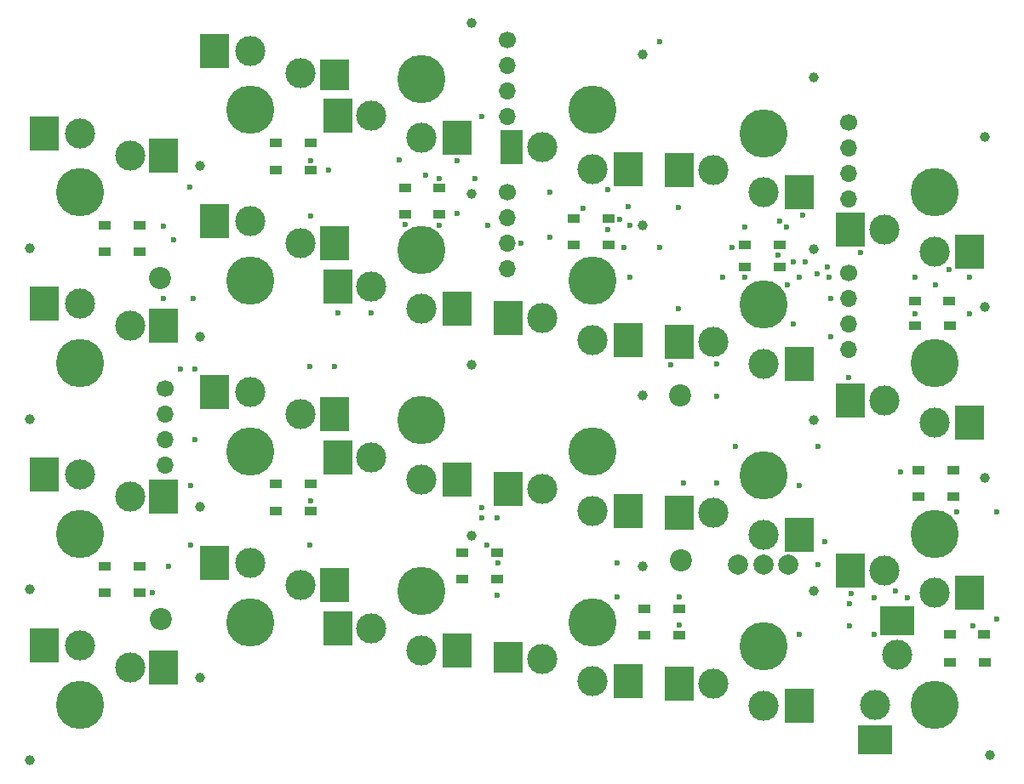
<source format=gbr>
G04 #@! TF.GenerationSoftware,KiCad,Pcbnew,9.0.0*
G04 #@! TF.CreationDate,2025-03-30T21:57:13+09:00*
G04 #@! TF.ProjectId,nofy,6e6f6679-2e6b-4696-9361-645f70636258,rev?*
G04 #@! TF.SameCoordinates,Original*
G04 #@! TF.FileFunction,Soldermask,Bot*
G04 #@! TF.FilePolarity,Negative*
%FSLAX46Y46*%
G04 Gerber Fmt 4.6, Leading zero omitted, Abs format (unit mm)*
G04 Created by KiCad (PCBNEW 9.0.0) date 2025-03-30 21:57:13*
%MOMM*%
%LPD*%
G01*
G04 APERTURE LIST*
%ADD10C,3.000000*%
%ADD11C,4.800000*%
%ADD12C,1.000000*%
%ADD13R,3.500000X3.000000*%
%ADD14C,2.200000*%
%ADD15R,1.200000X0.950000*%
%ADD16R,3.000000X3.500000*%
%ADD17C,1.700000*%
%ADD18O,1.700000X1.700000*%
%ADD19R,3.000000X3.150000*%
%ADD20R,2.300000X3.500000*%
%ADD21R,2.950000X3.150000*%
%ADD22C,2.000000*%
%ADD23C,0.600000*%
G04 APERTURE END LIST*
D10*
X106100000Y-84300000D03*
D11*
X109800000Y-89300000D03*
D10*
X103900000Y-89300000D03*
D12*
X115350000Y-94300000D03*
D13*
X106100000Y-80950000D03*
X103900000Y-92850000D03*
D14*
X32900000Y-80800000D03*
D15*
X94399975Y-43500000D03*
X90949975Y-43500000D03*
X47749975Y-36100000D03*
X44299975Y-36100000D03*
X94396875Y-45700000D03*
X90946875Y-45700000D03*
X66299975Y-76800000D03*
X62849975Y-76800000D03*
X30773475Y-78125000D03*
X27323475Y-78125000D03*
D14*
X84500000Y-58500000D03*
D10*
X29800000Y-68600000D03*
D11*
X24800000Y-72300000D03*
D10*
X24800000Y-66400000D03*
D12*
X19800000Y-77850000D03*
D16*
X33150000Y-68600000D03*
X21250000Y-66400000D03*
D10*
X29800000Y-85600000D03*
D11*
X24800000Y-89300000D03*
D10*
X24800000Y-83400000D03*
D12*
X19800000Y-94850000D03*
D16*
X33150000Y-85600000D03*
X21250000Y-83400000D03*
D10*
X104800000Y-76000000D03*
D11*
X109800000Y-72300000D03*
D10*
X109800000Y-78200000D03*
D12*
X114800000Y-66750000D03*
D16*
X101450000Y-76000000D03*
X113350000Y-78200000D03*
D10*
X104800000Y-59000000D03*
D11*
X109800000Y-55300000D03*
D10*
X109800000Y-61200000D03*
D12*
X114800000Y-49750000D03*
D16*
X101450000Y-59000000D03*
X113350000Y-61200000D03*
D15*
X111673475Y-66000000D03*
X108223475Y-66000000D03*
X30773475Y-75525000D03*
X27323475Y-75525000D03*
D17*
X67300000Y-23160000D03*
D18*
X67300000Y-25700000D03*
X67300000Y-28240000D03*
X67300000Y-30780000D03*
D10*
X53800000Y-64700000D03*
D11*
X58800000Y-61000000D03*
D10*
X58800000Y-66900000D03*
D12*
X63800000Y-55450000D03*
D16*
X50450000Y-64700000D03*
X62350000Y-66900000D03*
D14*
X32800000Y-46800000D03*
D15*
X114799975Y-85100000D03*
X111349975Y-85100000D03*
D10*
X46800000Y-77400000D03*
D11*
X41800000Y-81100000D03*
D10*
X41800000Y-75200000D03*
D12*
X36800000Y-86650000D03*
D16*
X50150000Y-77400000D03*
X38250000Y-75200000D03*
D17*
X101300000Y-46360000D03*
D18*
X101300000Y-48900000D03*
X101300000Y-51440000D03*
X101300000Y-53980000D03*
D15*
X47773475Y-67300000D03*
X44323475Y-67300000D03*
D10*
X70800000Y-67800000D03*
D11*
X75800000Y-64100000D03*
D10*
X75800000Y-70000000D03*
D12*
X80800000Y-58550000D03*
D16*
X67450000Y-67800000D03*
X79350000Y-70000000D03*
D15*
X111326575Y-51600000D03*
X107876575Y-51600000D03*
X30773475Y-44225000D03*
X27323475Y-44225000D03*
X60599975Y-40500000D03*
X57149975Y-40500000D03*
D10*
X87800000Y-87200000D03*
D11*
X92800000Y-83500000D03*
D10*
X92800000Y-89400000D03*
D12*
X97800000Y-77950000D03*
D16*
X84450000Y-87200000D03*
X96350000Y-89400000D03*
D10*
X87800000Y-36100000D03*
D11*
X92800000Y-32400000D03*
D10*
X92800000Y-38300000D03*
D12*
X97800000Y-26850000D03*
D16*
X84450000Y-36100000D03*
X96350000Y-38300000D03*
D15*
X66299975Y-74200000D03*
X62849975Y-74200000D03*
D10*
X87800000Y-53200000D03*
D11*
X92800000Y-49500000D03*
D10*
X92800000Y-55400000D03*
D12*
X97800000Y-43950000D03*
D16*
X84450000Y-53200000D03*
X96350000Y-55400000D03*
D15*
X84446575Y-82410000D03*
X80996575Y-82410000D03*
X84419975Y-79810000D03*
X80969975Y-79810000D03*
D10*
X87800000Y-70200000D03*
D11*
X92800000Y-66500000D03*
D10*
X92800000Y-72400000D03*
D12*
X97800000Y-60950000D03*
D16*
X84450000Y-70200000D03*
X96350000Y-72400000D03*
D10*
X53800000Y-47700000D03*
D11*
X58800000Y-44000000D03*
D10*
X58800000Y-49900000D03*
D12*
X63800000Y-38450000D03*
D16*
X50450000Y-47700000D03*
X62350000Y-49900000D03*
D10*
X104800000Y-42000000D03*
D11*
X109800000Y-38300000D03*
D10*
X109800000Y-44200000D03*
D12*
X114800000Y-32750000D03*
D16*
X101450000Y-42000000D03*
X113350000Y-44200000D03*
D15*
X30773475Y-41625000D03*
X27323475Y-41625000D03*
D10*
X53800000Y-81700000D03*
D11*
X58800000Y-78000000D03*
D10*
X58800000Y-83900000D03*
D12*
X63800000Y-72450000D03*
D16*
X50450000Y-81700000D03*
X62350000Y-83900000D03*
D15*
X77426575Y-43500000D03*
X73976575Y-43500000D03*
X47773475Y-70000000D03*
X44323475Y-70000000D03*
D14*
X84630000Y-74910000D03*
D15*
X47749975Y-33400000D03*
X44299975Y-33400000D03*
X114773475Y-82300000D03*
X111323475Y-82300000D03*
D10*
X46800000Y-60400000D03*
D11*
X41800000Y-64100000D03*
D10*
X41800000Y-58200000D03*
D12*
X36800000Y-69650000D03*
D16*
X50150000Y-60400000D03*
X38250000Y-58200000D03*
D10*
X70800000Y-84800000D03*
D11*
X75800000Y-81100000D03*
D10*
X75800000Y-87000000D03*
D12*
X80800000Y-75550000D03*
D19*
X67450000Y-84625000D03*
D16*
X79350000Y-87000000D03*
D15*
X111673475Y-68600000D03*
X108223475Y-68600000D03*
X77399975Y-40900000D03*
X73949975Y-40900000D03*
D10*
X70800000Y-50800000D03*
D11*
X75800000Y-47100000D03*
D10*
X75800000Y-53000000D03*
D12*
X80800000Y-41550000D03*
D16*
X67450000Y-50800000D03*
X79350000Y-53000000D03*
D15*
X60599975Y-37900000D03*
X57149975Y-37900000D03*
X111299975Y-49100000D03*
X107849975Y-49100000D03*
D10*
X70800000Y-33800000D03*
D11*
X75800000Y-30100000D03*
D10*
X75800000Y-36000000D03*
D12*
X80800000Y-24550000D03*
D20*
X67800000Y-33800000D03*
D16*
X79350000Y-36000000D03*
D10*
X29800000Y-34600000D03*
D11*
X24800000Y-38300000D03*
D10*
X24800000Y-32400000D03*
D12*
X19800000Y-43850000D03*
D16*
X33150000Y-34600000D03*
X21250000Y-32400000D03*
D17*
X33315000Y-57805000D03*
D18*
X33315000Y-60345000D03*
X33315000Y-62885000D03*
X33315000Y-65425000D03*
D10*
X53800000Y-30700000D03*
D11*
X58800000Y-27000000D03*
D10*
X58800000Y-32900000D03*
D12*
X63800000Y-21450000D03*
D16*
X50450000Y-30700000D03*
X62350000Y-32900000D03*
D10*
X46800000Y-26400000D03*
D11*
X41800000Y-30100000D03*
D10*
X41800000Y-24200000D03*
D12*
X36800000Y-35650000D03*
D21*
X50125000Y-26575000D03*
D16*
X38250000Y-24200000D03*
D17*
X101315000Y-31305000D03*
D18*
X101315000Y-33845000D03*
X101315000Y-36385000D03*
X101315000Y-38925000D03*
D10*
X29800000Y-51600000D03*
D11*
X24800000Y-55300000D03*
D10*
X24800000Y-49400000D03*
D12*
X19800000Y-60850000D03*
D16*
X33150000Y-51600000D03*
X21250000Y-49400000D03*
D10*
X46800000Y-43400000D03*
D11*
X41800000Y-47100000D03*
D10*
X41800000Y-41200000D03*
D12*
X36800000Y-52650000D03*
D16*
X50150000Y-43400000D03*
X38250000Y-41200000D03*
D17*
X67300000Y-38305000D03*
D18*
X67300000Y-40845000D03*
X67300000Y-43385000D03*
X67300000Y-45925000D03*
D22*
X90300000Y-75400000D03*
X95300000Y-75400000D03*
X92800000Y-75400000D03*
D23*
X90950000Y-41747700D03*
X95121200Y-41747700D03*
X90946900Y-46767000D03*
X96400900Y-46767000D03*
X96350000Y-67472800D03*
X106450000Y-66100000D03*
X84378500Y-39787700D03*
X84378500Y-49860300D03*
X36083900Y-48900000D03*
X96679700Y-40573300D03*
X33150000Y-48850000D03*
X99342900Y-46739700D03*
X35750000Y-37750000D03*
X99486700Y-52662300D03*
X99486700Y-48900000D03*
X50150000Y-55624400D03*
X47718400Y-55624400D03*
X62350000Y-35158800D03*
X56559200Y-35053300D03*
X57161100Y-41478100D03*
X62350000Y-40427600D03*
X50450000Y-50315600D03*
X53808800Y-50315600D03*
X74851700Y-39878900D03*
X79350000Y-39724300D03*
X95788300Y-45241000D03*
X95788300Y-51440000D03*
X68654600Y-43390200D03*
X59214100Y-36584300D03*
X36229700Y-55905900D03*
X77310100Y-41996700D03*
X95181200Y-47536600D03*
X60600000Y-41573800D03*
X109931900Y-47536600D03*
X34168900Y-43022500D03*
X49550000Y-36100000D03*
X34798200Y-55905900D03*
X36229700Y-62885000D03*
X34168900Y-43022500D03*
X47750000Y-40640700D03*
X65397200Y-41573800D03*
X94225100Y-44558000D03*
X78893300Y-43806600D03*
X84424400Y-81368600D03*
X116031800Y-80779500D03*
X116031800Y-70146200D03*
X66300000Y-78395700D03*
X112067400Y-70146200D03*
X65317500Y-73397000D03*
X47718400Y-73397000D03*
X32050000Y-78150000D03*
X78226600Y-78587600D03*
X33600000Y-75500000D03*
X35829600Y-67472800D03*
X78226600Y-75178900D03*
X47773500Y-69006700D03*
X84411100Y-78587600D03*
X64781200Y-69693400D03*
X101407000Y-81431400D03*
X64781200Y-70733000D03*
X64781200Y-30780000D03*
X66366100Y-75178900D03*
X66300000Y-70733000D03*
X113612000Y-81431400D03*
X35829600Y-73400000D03*
X101407000Y-79259800D03*
X94446200Y-41145900D03*
X60570300Y-36897900D03*
X96985900Y-45184200D03*
X64151700Y-36950000D03*
X77323300Y-38009600D03*
X33150000Y-41650000D03*
X111300000Y-46011000D03*
X47750000Y-35114300D03*
X78518400Y-40966600D03*
X98155000Y-46423500D03*
X99170900Y-45716900D03*
X98927800Y-73083000D03*
X103791600Y-82283300D03*
X96350000Y-82283300D03*
X107090500Y-78645100D03*
X103791600Y-78645100D03*
X107850000Y-46754100D03*
X113350000Y-46754100D03*
X113350000Y-50350000D03*
X107876600Y-50350000D03*
X79509900Y-41568300D03*
X79509900Y-46738100D03*
X88775400Y-46738100D03*
X82453200Y-43760000D03*
X82453200Y-23271100D03*
X98216300Y-63564800D03*
X89649600Y-43760000D03*
X98216300Y-75400000D03*
X90067600Y-63564800D03*
X71580000Y-42788500D03*
X105942000Y-78015300D03*
X71580000Y-38273700D03*
X102461800Y-44258600D03*
X101519200Y-78255700D03*
X101300000Y-56743200D03*
X88191600Y-58586500D03*
X84822300Y-67220900D03*
X88191600Y-67220900D03*
X88191600Y-55357300D03*
X83608700Y-55455100D03*
M02*

</source>
